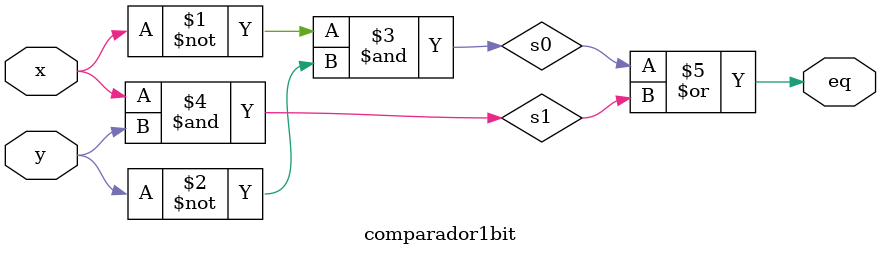
<source format=v>
module comparador1bit(x, y, eq
);

input wire x,y;
output wire eq;

wire s0, s1;

assign s0 = ~x & ~y;
assign s1 = x & y;
assign eq = s0 | s1;

endmodule

</source>
